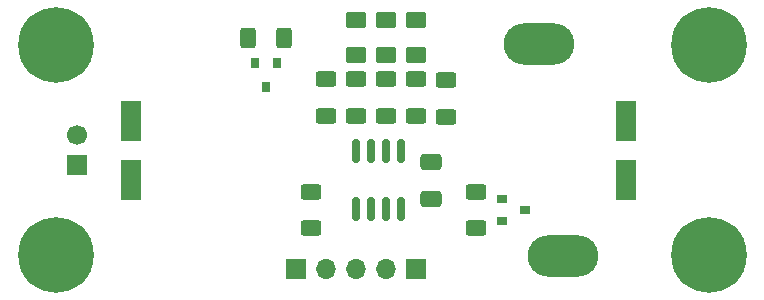
<source format=gbr>
%TF.GenerationSoftware,KiCad,Pcbnew,(5.99.0-11163-g08fb05e522)*%
%TF.CreationDate,2021-11-19T20:45:56+01:00*%
%TF.ProjectId,pumpBoard,70756d70-426f-4617-9264-2e6b69636164,rev?*%
%TF.SameCoordinates,Original*%
%TF.FileFunction,Soldermask,Top*%
%TF.FilePolarity,Negative*%
%FSLAX46Y46*%
G04 Gerber Fmt 4.6, Leading zero omitted, Abs format (unit mm)*
G04 Created by KiCad (PCBNEW (5.99.0-11163-g08fb05e522)) date 2021-11-19 20:45:56*
%MOMM*%
%LPD*%
G01*
G04 APERTURE LIST*
G04 Aperture macros list*
%AMRoundRect*
0 Rectangle with rounded corners*
0 $1 Rounding radius*
0 $2 $3 $4 $5 $6 $7 $8 $9 X,Y pos of 4 corners*
0 Add a 4 corners polygon primitive as box body*
4,1,4,$2,$3,$4,$5,$6,$7,$8,$9,$2,$3,0*
0 Add four circle primitives for the rounded corners*
1,1,$1+$1,$2,$3*
1,1,$1+$1,$4,$5*
1,1,$1+$1,$6,$7*
1,1,$1+$1,$8,$9*
0 Add four rect primitives between the rounded corners*
20,1,$1+$1,$2,$3,$4,$5,0*
20,1,$1+$1,$4,$5,$6,$7,0*
20,1,$1+$1,$6,$7,$8,$9,0*
20,1,$1+$1,$8,$9,$2,$3,0*%
G04 Aperture macros list end*
%ADD10RoundRect,0.250000X0.400000X0.625000X-0.400000X0.625000X-0.400000X-0.625000X0.400000X-0.625000X0*%
%ADD11C,0.800000*%
%ADD12C,6.400000*%
%ADD13RoundRect,0.250000X0.625000X-0.400000X0.625000X0.400000X-0.625000X0.400000X-0.625000X-0.400000X0*%
%ADD14RoundRect,0.250000X-0.625000X0.400000X-0.625000X-0.400000X0.625000X-0.400000X0.625000X0.400000X0*%
%ADD15RoundRect,0.250001X-0.624999X0.462499X-0.624999X-0.462499X0.624999X-0.462499X0.624999X0.462499X0*%
%ADD16R,1.700000X1.700000*%
%ADD17O,1.700000X1.700000*%
%ADD18RoundRect,0.250000X-0.650000X0.412500X-0.650000X-0.412500X0.650000X-0.412500X0.650000X0.412500X0*%
%ADD19R,1.800000X3.500000*%
%ADD20R,0.900000X0.800000*%
%ADD21RoundRect,0.150000X-0.150000X0.825000X-0.150000X-0.825000X0.150000X-0.825000X0.150000X0.825000X0*%
%ADD22R,0.800000X0.900000*%
%ADD23O,6.000000X3.500000*%
%ADD24C,1.700000*%
G04 APERTURE END LIST*
D10*
%TO.C,R7*%
X145060000Y-86995000D03*
X141960000Y-86995000D03*
%TD*%
D11*
%TO.C,H2*%
X179277944Y-85932944D03*
X180975000Y-85230000D03*
X183375000Y-87630000D03*
X178575000Y-87630000D03*
X182672056Y-89327056D03*
X179277944Y-89327056D03*
X182672056Y-85932944D03*
D12*
X180975000Y-87630000D03*
D11*
X180975000Y-90030000D03*
%TD*%
D13*
%TO.C,R6*%
X158750000Y-93690000D03*
X158750000Y-90590000D03*
%TD*%
D14*
%TO.C,R8*%
X161290000Y-100050000D03*
X161290000Y-103150000D03*
%TD*%
D13*
%TO.C,R1*%
X156210000Y-93625000D03*
X156210000Y-90525000D03*
%TD*%
%TO.C,R3*%
X151130000Y-93625000D03*
X151130000Y-90525000D03*
%TD*%
D14*
%TO.C,R5*%
X148590000Y-90525000D03*
X148590000Y-93625000D03*
%TD*%
D15*
%TO.C,D1*%
X156210000Y-85507500D03*
X156210000Y-88482500D03*
%TD*%
%TO.C,D2*%
X151130000Y-85507500D03*
X151130000Y-88482500D03*
%TD*%
D16*
%TO.C,J2*%
X146050000Y-106618000D03*
%TD*%
%TO.C,J1*%
X156210000Y-106618000D03*
D17*
X153670000Y-106618000D03*
X151130000Y-106618000D03*
X148590000Y-106618000D03*
%TD*%
D18*
%TO.C,C1*%
X157480000Y-97497500D03*
X157480000Y-100622500D03*
%TD*%
D13*
%TO.C,R4*%
X153670000Y-93625000D03*
X153670000Y-90525000D03*
%TD*%
D15*
%TO.C,D3*%
X153670000Y-85507500D03*
X153670000Y-88482500D03*
%TD*%
D11*
%TO.C,H1*%
X124032944Y-103712944D03*
X127427056Y-103712944D03*
D12*
X125730000Y-105410000D03*
D11*
X125730000Y-107810000D03*
X123330000Y-105410000D03*
X124032944Y-107107056D03*
X125730000Y-103010000D03*
X127427056Y-107107056D03*
X128130000Y-105410000D03*
%TD*%
%TO.C,H4*%
X124032944Y-85932944D03*
X124032944Y-89327056D03*
D12*
X125730000Y-87630000D03*
D11*
X125730000Y-90030000D03*
X125730000Y-85230000D03*
X127427056Y-85932944D03*
X123330000Y-87630000D03*
X127427056Y-89327056D03*
X128130000Y-87630000D03*
%TD*%
D19*
%TO.C,D4*%
X132080000Y-99020000D03*
X132080000Y-94020000D03*
%TD*%
D20*
%TO.C,Q2*%
X163465000Y-100650000D03*
X163465000Y-102550000D03*
X165465000Y-101600000D03*
%TD*%
D21*
%TO.C,U1*%
X154940000Y-96585000D03*
X153670000Y-96585000D03*
X152400000Y-96585000D03*
X151130000Y-96585000D03*
X151130000Y-101535000D03*
X152400000Y-101535000D03*
X153670000Y-101535000D03*
X154940000Y-101535000D03*
%TD*%
D14*
%TO.C,R2*%
X147320000Y-100050000D03*
X147320000Y-103150000D03*
%TD*%
D22*
%TO.C,Q1*%
X144460000Y-89170000D03*
X142560000Y-89170000D03*
X143510000Y-91170000D03*
%TD*%
D19*
%TO.C,D5*%
X173990000Y-94020000D03*
X173990000Y-99020000D03*
%TD*%
D11*
%TO.C,H3*%
X180975000Y-103010000D03*
D12*
X180975000Y-105410000D03*
D11*
X183375000Y-105410000D03*
X182672056Y-103712944D03*
X179277944Y-103712944D03*
X179277944Y-107107056D03*
X178575000Y-105410000D03*
X182672056Y-107107056D03*
X180975000Y-107810000D03*
%TD*%
D23*
%TO.C,J4*%
X166640000Y-87520000D03*
X168640000Y-105520000D03*
%TD*%
D24*
%TO.C,J3*%
X127508000Y-95250000D03*
D16*
X127508000Y-97790000D03*
%TD*%
M02*

</source>
